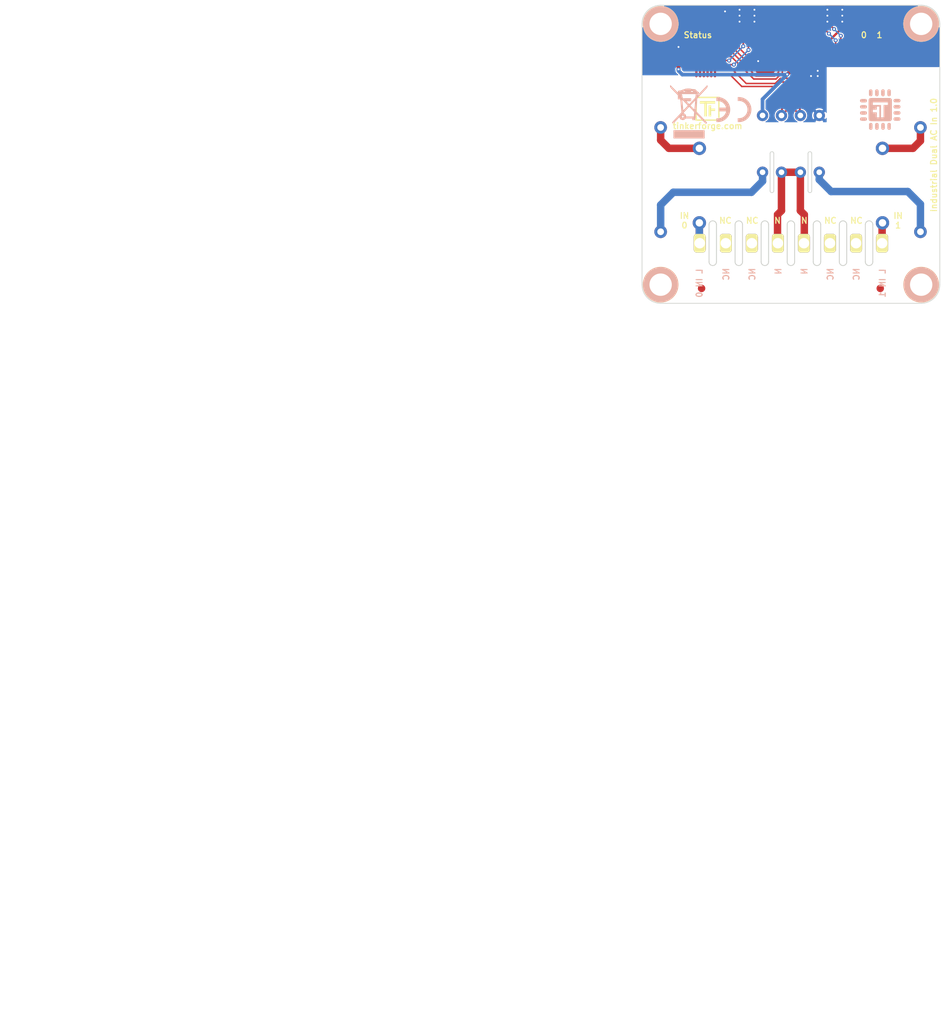
<source format=kicad_pcb>
(kicad_pcb (version 20221018) (generator pcbnew)
  (title_block (title "Industrial Dual AC IN Bricklet") (date "2022-11-16") (rev "1.0") (company "Tinkerforge GmbH") (comment 1 "Licensed under CERN OHL v.1.1") (comment 2 "Copyright (©) 2022, T.Schneidermann <tim@tinkerforge.com>"))
  (layers (0 "F.Cu" signal) (31 "B.Cu" signal) (34 "B.Paste" user) (35 "F.Paste" user) (36 "B.SilkS" user "B.Silkscreen") (37 "F.SilkS" user "F.Silkscreen") (38 "B.Mask" user) (39 "F.Mask" user) (44 "Edge.Cuts" user))
  (net 0 "")
  (net 1 "Net-(C1-Pad2)")
  (net 2 "GND")
  (net 3 "+5V")
  (net 4 "3V3")
  (net 5 "Net-(D1-Pad2)")
  (net 6 "L_IN1")
  (net 7 "Net-(D115-Pad2)")
  (net 8 "L_IN0")
  (net 9 "Net-(D116-Pad2)")
  (net 10 "Net-(P1-Pad4)")
  (net 11 "Net-(P1-Pad5)")
  (net 12 "Net-(P1-Pad6)")
  (net 13 "Net-(P2-Pad2)")
  (net 14 "Net-(P3-Pad1)")
  (net 17 "N")
  (net 20 "Net-(R1-Pad1)")
  (net 21 "Net-(R3-Pad1)")
  (net 22 "Net-(R116-Pad2)")
  (net 23 "S-MISO")
  (net 24 "S-MOSI")
  (net 25 "S-CLK")
  (net 26 "S-CS")
  (net 27 "AC1")
  (net 28 "AC0")
  (net 29 "Net-(RP105-Pad5)")
  (net 30 "Net-(RP105-Pad7)")
  (net 31 "Net-(R118-Pad2)")
  (net 40 "Net-(D2-Pad2)")
  (net 41 "Net-(D3-Pad2)")
  (net 42 "Net-(R2-Pad1)")
  (footprint "kicad-libraries:D0603E" (layer "F.Cu") (at 107.55 61.8 -90)
    (fp_text reference "D1")
    (fp_text value "blue")
    (pad "1" smd rect (at -0.8501 0 270) (size 1.1 1) (layers "F.Cu" "F.Paste" "F.Mask") (net 4 "3V3"))
    (pad "2" smd rect (at 0.8501 0 270) (size 1.1 1) (layers "F.Cu" "F.Paste" "F.Mask") (net 5 "Net-(D1-Pad2)"))
  )
  (footprint "kicad-libraries:R0603F" (layer "F.Cu") (at 129 65.3)
    (fp_text reference "R2")
    (fp_text value "1k")
    (pad "1" smd rect (at -0.75 0) (size 0.9 0.9) (layers "F.Cu" "F.Paste" "F.Mask") (net 42 "Net-(R2-Pad1)"))
    (pad "2" smd rect (at 0.75 0) (size 0.9 0.9) (layers "F.Cu" "F.Paste" "F.Mask") (net 40 "Net-(D2-Pad2)"))
  )
  (footprint "kicad-libraries:DEBUG_PAD" (layer "F.Cu") (at 111.1 63.4)
    (fp_text reference "P3")
    (fp_text value "Debug")
    (pad "1" smd circle (at 0 0) (size 0.7 0.7) (layers "F.Cu" "F.Paste" "F.Mask") (net 14 "Net-(P3-Pad1)"))
  )
  (footprint "kicad-libraries:QFN24-4x4mm-0.5mm" (layer "F.Cu") (at 108.55 67.15 -90)
    (fp_text reference "U1")
    (fp_text value "XMC1100")
    (pad "1" smd oval (at -2.025 -1.25 270) (size 1 0.3) (layers "F.Cu" "F.Paste" "F.Mask") (net 23 "S-MISO"))
    (pad "2" smd oval (at -2.025 -0.75 270) (size 1 0.3) (layers "F.Cu" "F.Paste" "F.Mask") (net 14 "Net-(P3-Pad1)"))
    (pad "3" smd oval (at -2.025 -0.25 270) (size 1 0.3) (layers "F.Cu" "F.Paste" "F.Mask") (net 13 "Net-(P2-Pad2)"))
    (pad "4" smd oval (at -2.025 0.25 270) (size 1 0.3) (layers "F.Cu" "F.Paste" "F.Mask"))
    (pad "5" smd oval (at -2.025 0.75 270) (size 1 0.3) (layers "F.Cu" "F.Paste" "F.Mask"))
    (pad "6" smd oval (at -2.025 1.25 270) (size 1 0.3) (layers "F.Cu" "F.Paste" "F.Mask"))
    (pad "7" smd oval (at -1.25 2.025) (size 1 0.3) (layers "F.Cu" "F.Paste" "F.Mask") (net 20 "Net-(R1-Pad1)"))
    (pad "8" smd oval (at -0.75 2.025) (size 1 0.3) (layers "F.Cu" "F.Paste" "F.Mask"))
    (pad "9" smd oval (at -0.25 2.025) (size 1 0.3) (layers "F.Cu" "F.Paste" "F.Mask") (net 2 "GND"))
    (pad "10" smd oval (at 0.25 2.025) (size 1 0.3) (layers "F.Cu" "F.Paste" "F.Mask") (net 4 "3V3"))
    (pad "11" smd oval (at 0.75 2.025) (size 1 0.3) (layers "F.Cu" "F.Paste" "F.Mask"))
    (pad "12" smd oval (at 1.25 2.025) (size 1 0.3) (layers "F.Cu" "F.Paste" "F.Mask"))
    (pad "13" smd oval (at 2.025 1.25 270) (size 1 0.3) (layers "F.Cu" "F.Paste" "F.Mask"))
    (pad "14" smd oval (at 2.025 0.75 270) (size 1 0.3) (layers "F.Cu" "F.Paste" "F.Mask"))
    (pad "15" smd oval (at 2.025 0.25 270) (size 1 0.3) (layers "F.Cu" "F.Paste" "F.Mask"))
    (pad "16" smd oval (at 2.025 -0.25 270) (size 1 0.3) (layers "F.Cu" "F.Paste" "F.Mask"))
    (pad "17" smd oval (at 2.025 -0.75 270) (size 1 0.3) (layers "F.Cu" "F.Paste" "F.Mask"))
    (pad "18" smd oval (at 2.025 -1.25 270) (size 1 0.3) (layers "F.Cu" "F.Paste" "F.Mask") (net 28 "AC0"))
    (pad "19" smd oval (at 1.25 -2.025) (size 1 0.3) (layers "F.Cu" "F.Paste" "F.Mask") (net 27 "AC1"))
    (pad "20" smd oval (at 0.75 -2.025) (size 1 0.3) (layers "F.Cu" "F.Paste" "F.Mask") (net 21 "Net-(R3-Pad1)"))
    (pad "21" smd oval (at 0.25 -2.025) (size 1 0.3) (layers "F.Cu" "F.Paste" "F.Mask") (net 42 "Net-(R2-Pad1)"))
    (pad "22" smd oval (at -0.25 -2.025) (size 1 0.3) (layers "F.Cu" "F.Paste" "F.Mask") (net 26 "S-CS"))
    (pad "23" smd oval (at -0.75 -2.025) (size 1 0.3) (layers "F.Cu" "F.Paste" "F.Mask") (net 25 "S-CLK"))
    (pad "24" smd oval (at -1.25 -2.025) (size 1 0.3) (layers "F.Cu" "F.Paste" "F.Mask") (net 24 "S-MOSI"))
    (pad "EXP" smd rect (at -0.65 -0.65 270) (size 1.3 1.3) (layers "F.Cu" "F.Paste" "F.Mask") (net 2 "GND"))
    (pad "EXP" smd rect (at -0.65 0.65 270) (size 1.3 1.3) (layers "F.Cu" "F.Paste" "F.Mask") (net 2 "GND"))
    (pad "EXP" smd rect (at 0.65 -0.65 270) (size 1.3 1.3) (layers "F.Cu" "F.Paste" "F.Mask") (net 2 "GND"))
    (pad "EXP" smd rect (at 0.65 0.65 270) (size 1.3 1.3) (layers "F.Cu" "F.Paste" "F.Mask") (net 2 "GND"))
  )
  (footprint "kicad-libraries:Fiducial_Mark" (layer "F.Cu") (at 108 98)
    (fp_text reference "Fiducial_Mark" hide)
    (fp_text value "VAL**" hide)
    (pad "1" smd circle (at 0 0) (size 1.00076 1.00076) (layers "F.Cu" "F.Paste" "F.Mask") (clearance 0.65024))
  )
  (footprint "kicad-libraries:Fiducial_Mark" (layer "F.Cu") (at 134 66)
    (fp_text reference "Fiducial_Mark" hide)
    (fp_text value "VAL**" hide)
    (pad "1" smd circle (at 0 0) (size 1.00076 1.00076) (layers "F.Cu" "F.Paste" "F.Mask") (clearance 0.65024))
  )
  (footprint "kicad-libraries:DO-41" (layer "F.Cu") (at 132.3 84.2 90)
    (fp_text reference "D116")
    (fp_text value "1N4007")
    (pad "1" thru_hole circle (at -5 0 90) (size 1.8 1.8) (drill 1) (layers "*.Cu" "*.Mask") (net 6 "L_IN1"))
    (pad "2" thru_hole circle (at 5 0 90) (size 1.8 1.8) (drill 1) (layers "*.Cu" "*.Mask") (net 9 "Net-(D116-Pad2)"))
  )
  (footprint "kicad-libraries:DRILL_NP" (layer "F.Cu") (at 102.5 97.5)
    (fp_text reference "Drill3" hide)
    (fp_text value "DRILL" hide)
    (pad "" np_thru_hole circle (at 0 0) (size 2.99974 2.99974) (drill 2.99974) (layers "*.Cu" "*.Mask" "F.SilkS") (clearance 0.89916))
  )
  (footprint "kicad-libraries:DRILL_NP" (layer "F.Cu") (at 102.5 62.5)
    (fp_text reference "Drill4" hide)
    (fp_text value "DRILL" hide)
    (pad "" np_thru_hole circle (at 0 0) (size 2.99974 2.99974) (drill 2.99974) (layers "*.Cu" "*.Mask" "F.SilkS") (clearance 0.89916))
  )
  (footprint "kicad-libraries:R0603F" (layer "F.Cu") (at 129 66.6)
    (fp_text reference "R3")
    (fp_text value "1k")
    (pad "1" smd rect (at -0.75 0) (size 0.9 0.9) (layers "F.Cu" "F.Paste" "F.Mask") (net 21 "Net-(R3-Pad1)"))
    (pad "2" smd rect (at 0.75 0) (size 0.9 0.9) (layers "F.Cu" "F.Paste" "F.Mask") (net 41 "Net-(D3-Pad2)"))
  )
  (footprint "kicad-libraries:Fiducial_Mark" (layer "F.Cu") (at 102 68)
    (fp_text reference "Fiducial_Mark" hide)
    (fp_text value "VAL**" hide)
    (pad "1" smd circle (at 0 0) (size 1.00076 1.00076) (layers "F.Cu" "F.Paste" "F.Mask") (clearance 0.65024))
  )
  (footprint "kicad-libraries:OQ_8P_230V" (layer "F.Cu") (at 120 91.93425)
    (fp_text reference "P4")
    (fp_text value "Input")
    (fp_line (start -11 -2.5) (end -11 2.5) (stroke (width 0.12)) (layer "Edge.Cuts"))
    (fp_line (start -10 -2.5) (end -10 2.5) (stroke (width 0.12)) (layer "Edge.Cuts"))
    (fp_line (start -7.5 -2.5) (end -7.5 2.5) (stroke (width 0.12)) (layer "Edge.Cuts"))
    (fp_line (start -6.5 -2.5) (end -6.5 2.5) (stroke (width 0.12)) (layer "Edge.Cuts"))
    (fp_line (start -4 -2.5) (end -4 2.5) (stroke (width 0.12)) (layer "Edge.Cuts"))
    (fp_line (start -3 -2.5) (end -3 2.5) (stroke (width 0.12)) (layer "Edge.Cuts"))
    (fp_line (start -0.5 -2.5) (end -0.5 2.5) (stroke (width 0.12)) (layer "Edge.Cuts"))
    (fp_line (start 0.5 -2.5) (end 0.5 2.5) (stroke (width 0.12)) (layer "Edge.Cuts"))
    (fp_line (start 3 -2.5) (end 3 2.5) (stroke (width 0.12)) (layer "Edge.Cuts"))
    (fp_line (start 4 -2.5) (end 4 2.5) (stroke (width 0.12)) (layer "Edge.Cuts"))
    (fp_line (start 6.5 -2.5) (end 6.5 2.5) (stroke (width 0.12)) (layer "Edge.Cuts"))
    (fp_line (start 7.5 -2.5) (end 7.5 2.5) (stroke (width 0.12)) (layer "Edge.Cuts"))
    (fp_line (start 10 -2.5) (end 10 2.5) (stroke (width 0.12)) (layer "Edge.Cuts"))
    (fp_line (start 11 -2.5) (end 11 2.5) (stroke (width 0.12)) (layer "Edge.Cuts"))
    (fp_arc (start -11 -2.5) (mid -10.5 -3) (end -10 -2.5) (stroke (width 0.12)) (layer "Edge.Cuts"))
    (fp_arc (start -10 2.5) (mid -10.5 3) (end -11 2.5) (stroke (width 0.12)) (layer "Edge.Cuts"))
    (fp_arc (start -7.5 -2.5) (mid -7 -3) (end -6.5 -2.5) (stroke (width 0.12)) (layer "Edge.Cuts"))
    (fp_arc (start -6.5 2.5) (mid -7 3) (end -7.5 2.5) (stroke (width 0.12)) (layer "Edge.Cuts"))
    (fp_arc (start -4 -2.5) (mid -3.5 -3) (end -3 -2.5) (stroke (width 0.12)) (layer "Edge.Cuts"))
    (fp_arc (start -3 2.5) (mid -3.5 3) (end -4 2.5) (stroke (width 0.12)) (layer "Edge.Cuts"))
    (fp_arc (start -0.5 -2.5) (mid 0 -3) (end 0.5 -2.5) (stroke (width 0.12)) (layer "Edge.Cuts"))
    (fp_arc (start 0.5 2.5) (mid 0 3) (end -0.5 2.5) (stroke (width 0.12)) (layer "Edge.Cuts"))
    (fp_arc (start 3 -2.5) (mid 3.5 -3) (end 4 -2.5) (stroke (width 0.12)) (layer "Edge.Cuts"))
    (fp_arc (start 4 2.5) (mid 3.5 3) (end 3 2.5) (stroke (width 0.12)) (layer "Edge.Cuts"))
    (fp_arc (start 6.5 -2.5) (mid 7 -3) (end 7.5 -2.5) (stroke (width 0.12)) (layer "Edge.Cuts"))
    (fp_arc (start 7.5 2.5) (mid 7 3) (end 6.5 2.5) (stroke (width 0.12)) (layer "Edge.Cuts"))
    (fp_arc (start 10 -2.5) (mid 10.5 -3) (end 11 -2.5) (stroke (width 0.12)) (layer "Edge.Cuts"))
    (fp_arc (start 11 2.5) (mid 10.5 3) (end 10 2.5) (stroke (width 0.12)) (layer "Edge.Cuts"))
    (pad "1" thru_hole roundrect (at -12.25042 0) (size 1.6 2.5) (drill 1.4) (layers "*.Cu" "*.Mask" "F.SilkS") (net 8 "L_IN0"))
    (pad "2" thru_hole roundrect (at -8.7503 0) (size 1.6 2.5) (drill 1.4) (layers "*.Cu" "*.Mask" "F.SilkS"))
    (pad "3" thru_hole roundrect (at -5.25018 0) (size 1.6 2.5) (drill 1.4) (layers "*.Cu" "*.Mask" "F.SilkS"))
    (pad "4" thru_hole roundrect (at -1.75006 0) (size 1.6 2.5) (drill 1.4) (layers "*.Cu" "*.Mask" "F.SilkS") (net 17 "N"))
    (pad "5" thru_hole roundrect (at 1.75006 0) (size 1.6 2.5) (drill 1.4) (layers "*.Cu" "*.Mask" "F.SilkS") (net 17 "N"))
    (pad "6" thru_hole roundrect (at 5.25018 0) (size 1.6 2.5) (drill 1.4) (layers "*.Cu" "*.Mask" "F.SilkS"))
    (pad "7" thru_hole roundrect (at 8.7503 0) (size 1.6 2.5) (drill 1.4) (layers "*.Cu" "*.Mask" "F.SilkS"))
    (pad "8" thru_hole roundrect (at 12.25042 0) (size 1.6 2.5) (drill 1.4) (layers "*.Cu" "*.Mask" "F.SilkS") (net 6 "L_IN1"))
  )
  (footprint "kicad-libraries:DRILL_NP" (layer "F.Cu") (at 137.5 62.5)
    (fp_text reference "Drill2" hide)
    (fp_text value "DRILL" hide)
    (pad "" np_thru_hole circle (at 0 0) (size 2.99974 2.99974) (drill 2.99974) (layers "*.Cu" "*.Mask" "F.SilkS") (clearance 0.89916))
  )
  (footprint "kicad-libraries:C0603F" (layer "F.Cu") (at 121.9 68.8 180)
    (fp_text reference "C3")
    (fp_text value "1uF")
    (pad "1" smd rect (at -0.75 0 180) (size 0.9 0.9) (layers "F.Cu" "F.Paste" "F.Mask") (net 2 "GND"))
    (pad "2" smd rect (at 0.75 0 180) (size 0.9 0.9) (layers "F.Cu" "F.Paste" "F.Mask") (net 4 "3V3"))
  )
  (footprint "kicad-libraries:DIP-8" (layer "F.Cu") (at 120 78.6 180)
    (fp_text reference "U109")
    (fp_text value "HCPL2731")
    (pad "1" thru_hole circle (at 3.81 -3.81 180) (size 1.524 1.524) (drill 0.762) (layers "*.Cu" "*.Mask") (net 31 "Net-(R118-Pad2)"))
    (pad "2" thru_hole circle (at 1.27 -3.81 180) (size 1.524 1.524) (drill 0.762) (layers "*.Cu" "*.Mask") (net 17 "N"))
    (pad "3" thru_hole circle (at -1.27 -3.81 180) (size 1.524 1.524) (drill 0.762) (layers "*.Cu" "*.Mask") (net 17 "N"))
    (pad "4" thru_hole circle (at -3.81 -3.81 180) (size 1.524 1.524) (drill 0.762) (layers "*.Cu" "*.Mask") (net 22 "Net-(R116-Pad2)"))
    (pad "5" thru_hole circle (at -3.81 3.81 180) (size 1.524 1.524) (drill 0.762) (layers "*.Cu" "*.Mask") (net 2 "GND"))
    (pad "6" thru_hole circle (at -1.27 3.81 180) (size 1.524 1.524) (drill 0.762) (layers "*.Cu" "*.Mask") (net 29 "Net-(RP105-Pad5)"))
    (pad "7" thru_hole circle (at 1.27 3.81 180) (size 1.524 1.524) (drill 0.762) (layers "*.Cu" "*.Mask") (net 30 "Net-(RP105-Pad7)"))
    (pad "8" thru_hole circle (at 3.81 3.81 180) (size 1.524 1.524) (drill 0.762) (layers "*.Cu" "*.Mask") (net 4 "3V3"))
  )
  (footprint "kicad-libraries:DO-41" (layer "F.Cu") (at 107.7 84.2 90)
    (fp_text reference "D115")
    (fp_text value "1N4007")
    (pad "1" thru_hole circle (at -5 0 90) (size 1.8 1.8) (drill 1) (layers "*.Cu" "*.Mask") (net 8 "L_IN0"))
    (pad "2" thru_hole circle (at 5 0 90) (size 1.8 1.8) (drill 1) (layers "*.Cu" "*.Mask") (net 7 "Net-(D115-Pad2)"))
  )
  (footprint "kicad-libraries:D0603E" (layer "F.Cu") (at 131.9 61.8501 -90)
    (fp_text reference "D3")
    (fp_text value "blue")
    (pad "1" smd rect (at -0.8501 0 270) (size 1.1 1) (layers "F.Cu" "F.Paste" "F.Mask") (net 4 "3V3"))
    (pad "2" smd rect (at 0.8501 0 270) (size 1.1 1) (layers "F.Cu" "F.Paste" "F.Mask") (net 41 "Net-(D3-Pad2)"))
  )
  (footprint "kicad-libraries:SolderJumper" (layer "F.Cu") (at 111.15 61.925 -90)
    (fp_text reference "P2")
    (fp_text value "BOOT")
    (pad "1" smd rect (at -0.5 0 270) (size 0.4 1.4) (layers "F.Cu" "F.Mask") (net 2 "GND"))
    (pad "1" smd rect (at -0.225 -0.55 270) (size 0.95 0.3) (layers "F.Cu" "F.Mask") (net 2 "GND"))
    (pad "1" smd rect (at -0.225 0.55 270) (size 0.95 0.3) (layers "F.Cu" "F.Mask") (net 2 "GND"))
    (pad "2" smd rect (at 0.15 0 270) (size 0.6 0.5) (layers "F.Cu" "F.Mask") (net 13 "Net-(P2-Pad2)"))
    (pad "2" smd rect (at 0.55 0 270) (size 0.3 1.4) (layers "F.Cu" "F.Mask") (net 13 "Net-(P2-Pad2)"))
  )
  (footprint "kicad-libraries:Logo_31x31" (layer "F.Cu") (at 108.8 73.9)
    (fp_text reference "G***" hide)
    (fp_text value "LOGO" hide)
  )
  (footprint "kicad-libraries:RNF12-2" (layer "F.Cu") (at 102.5 83.4 -90)
    (fp_text reference "R118")
    (fp_text value "RNF12FTD249K")
    (pad "1" thru_hole circle (at -7 0 270) (size 1.7 1.7) (drill 0.9) (layers "*.Cu" "*.Mask") (net 7 "Net-(D115-Pad2)"))
    (pad "2" thru_hole circle (at 7 0 270) (size 1.7 1.7) (drill 0.9) (layers "*.Cu" "*.Mask") (net 31 "Net-(R118-Pad2)"))
  )
  (footprint "kicad-libraries:4X0603" (layer "F.Cu") (at 120.00122 72.1)
    (fp_text reference "RP105")
    (fp_text value "10k")
    (pad "1" smd rect (at -1.19888 -0.8509) (size 0.44958 0.89916) (layers "F.Cu" "F.Paste" "F.Mask") (net 4 "3V3"))
    (pad "2" smd rect (at -0.39878 -0.8509) (size 0.44958 0.89916) (layers "F.Cu" "F.Paste" "F.Mask") (net 28 "AC0"))
    (pad "3" smd rect (at 0.39878 -0.8509) (size 0.44958 0.89916) (layers "F.Cu" "F.Paste" "F.Mask") (net 27 "AC1"))
    (pad "4" smd rect (at 1.19888 -0.8509) (size 0.44958 0.89916) (layers "F.Cu" "F.Paste" "F.Mask") (net 4 "3V3"))
    (pad "5" smd rect (at 1.19888 0.8509) (size 0.44958 0.89916) (layers "F.Cu" "F.Paste" "F.Mask") (net 29 "Net-(RP105-Pad5)"))
    (pad "6" smd rect (at 0.39878 0.8509) (size 0.44958 0.89916) (layers "F.Cu" "F.Paste" "F.Mask") (net 29 "Net-(RP105-Pad5)"))
    (pad "7" smd rect (at -0.39878 0.8509) (size 0.44958 0.89916) (layers "F.Cu" "F.Paste" "F.Mask") (net 30 "Net-(RP105-Pad7)"))
    (pad "8" smd rect (at -1.19888 0.8509) (size 0.44958 0.89916) (layers "F.Cu" "F.Paste" "F.Mask") (net 30 "Net-(RP105-Pad7)"))
  )
  (footprint "kicad-libraries:C0805E" (layer "F.Cu") (at 121.9 67.1 180)
    (fp_text reference "C2")
    (fp_text value "10uF")
    (pad "1" smd rect (at -0.95 0 180) (size 1.3 1.5) (layers "F.Cu" "F.Paste" "F.Mask") (net 2 "GND") (clearance 0.14986))
    (pad "2" smd rect (at 0.95 0 180) (size 1.3 1.5) (layers "F.Cu" "F.Paste" "F.Mask") (net 4 "3V3") (clearance 0.14986))
  )
  (footprint "kicad-libraries:C0603F" (layer "F.Cu") (at 104.9 67.1 90)
    (fp_text reference "C4")
    (fp_text value "100nF")
    (pad "1" smd rect (at -0.75 0 90) (size 0.9 0.9) (layers "F.Cu" "F.Paste" "F.Mask") (net 4 "3V3"))
    (pad "2" smd rect (at 0.75 0 90) (size 0.9 0.9) (layers "F.Cu" "F.Paste" "F.Mask") (net 2 "GND"))
  )
  (footprint "kicad-libraries:4X0402" (layer "F.Cu") (at 118.1 67.2 180)
    (fp_text reference "RP1")
    (fp_text value "82")
    (pad "1" smd rect (at -0.7493 0.575) (size 0.29972 0.65) (layers "F.Cu" "F.Paste" "F.Mask") (net 10 "Net-(P1-Pad4)"))
    (pad "2" smd rect (at -0.24892 0.575) (size 0.29972 0.65) (layers "F.Cu" "F.Paste" "F.Mask") (net 11 "Net-(P1-Pad5)"))
    (pad "3" smd rect (at 0.24892 0.575) (size 0.29972 0.65) (layers "F.Cu" "F.Paste" "F.Mask") (net 12 "Net-(P1-Pad6)"))
    (pad "4" smd rect (at 0.7493 0.575) (size 0.29972 0.65) (layers "F.Cu" "F.Paste" "F.Mask") (net 1 "Net-(C1-Pad2)"))
    (pad "5" smd rect (at 0.7493 -0.575 180) (size 0.29972 0.65) (layers "F.Cu" "F.Paste" "F.Mask") (net 23 "S-MISO"))
    (pad "6" smd rect (at 0.24892 -0.575 180) (size 0.29972 0.65) (layers "F.Cu" "F.Paste" "F.Mask") (net 24 "S-MOSI"))
    (pad "7" smd rect (at -0.24892 -0.575 180) (size 0.29972 0.65) (layers "F.Cu" "F.Paste" "F.Mask") (net 25 "S-CLK"))
    (pad "8" smd rect (at -0.7493 -0.575 180) (size 0.29972 0.65) (layers "F.Cu" "F.Paste" "F.Mask") (net 26 "S-CS"))
  )
  (footprint "kicad-libraries:CON-SENSOR2" (layer "F.Cu") (at 120 59.975 180)
    (fp_text reference "P1")
    (fp_text value "CON-SENSOR2")
    (pad "1" smd rect (at -3.75 -4.6 180) (size 0.6 1.8) (layers "F.Cu" "F.Paste" "F.Mask") (net 3 "+5V"))
    (pad "2" smd rect (at -2.5 -4.6 180) (size 0.6 1.8) (layers "F.Cu" "F.Paste" "F.Mask") (net 2 "GND"))
    (pad "3" smd rect (at -1.25 -4.6 180) (size 0.6 1.8) (layers "F.Cu" "F.Paste" "F.Mask") (net 4 "3V3"))
    (pad "4" smd rect (at 0 -4.6 180) (size 0.6 1.8) (layers "F.Cu" "F.Paste" "F.Mask") (net 10 "Net-(P1-Pad4)"))
    (pad "5" smd rect (at 1.25 -4.6 180) (size 0.6 1.8) (layers "F.Cu" "F.Paste" "F.Mask") (net 11 "Net-(P1-Pad5)"))
    (pad "6" smd rect (at 2.5 -4.6 180) (size 0.6 1.8) (layers "F.Cu" "F.Paste" "F.Mask") (net 12 "Net-(P1-Pad6)"))
    (pad "7" smd rect (at 3.75 -4.6 180) (size 0.6 1.8) (layers "F.Cu" "F.Paste" "F.Mask") (net 1 "Net-(C1-Pad2)"))
    (pad "EP" smd rect (at -5.9 -1.2 180) (size 1.4 2.4) (layers "F.Cu" "F.Paste" "F.Mask") (net 2 "GND"))
    (pad "EP" smd rect (at 5.9 -1.2 180) (size 1.4 2.4) (layers "F.Cu" "F.Paste" "F.Mask") (net 2 "GND"))
  )
  (footprint "kicad-libraries:RNF12-2" (layer "F.Cu") (at 137.4 83.4 -90)
    (fp_text reference "R116")
    (fp_text value "RNF12FTD249K")
    (pad "1" thru_hole circle (at -7 0 270) (size 1.7 1.7) (drill 0.9) (layers "*.Cu" "*.Mask") (net 9 "Net-(D116-Pad2)"))
    (pad "2" thru_hole circle (at 7 0 270) (size 1.7 1.7) (drill 0.9) (layers "*.Cu" "*.Mask") (net 22 "Net-(R116-Pad2)"))
  )
  (footprint "kicad-libraries:R0603F" (layer "F.Cu") (at 108.95 61.8 90)
    (fp_text reference "R1")
    (fp_text value "1k")
    (pad "1" smd rect (at -0.75 0 90) (size 0.9 0.9) (layers "F.Cu" "F.Paste" "F.Mask") (net 20 "Net-(R1-Pad1)"))
    (pad "2" smd rect (at 0.75 0 90) (size 0.9 0.9) (layers "F.Cu" "F.Paste" "F.Mask") (net 5 "Net-(D1-Pad2)"))
  )
  (footprint "kicad-libraries:DRILL_NP" (layer "F.Cu") (at 137.5 97.5)
    (fp_text reference "Drill1" hide)
    (fp_text value "DRILL" hide)
    (pad "" np_thru_hole circle (at 0 0) (size 2.99974 2.99974) (drill 2.99974) (layers "*.Cu" "*.Mask" "F.SilkS") (clearance 0.89916))
  )
  (footprint "kicad-libraries:C0402F" (layer "F.Cu") (at 116.4 67.2 90)
    (fp_text reference "C1")
    (fp_text value "220pF")
    (pad "1" smd rect (at -0.5 0 90) (size 0.6 0.7) (layers "F.Cu" "F.Paste" "F.Mask") (net 2 "GND"))
    (pad "2" smd rect (at 0.5 0 90) (size 0.6 0.7) (layers "F.Cu" "F.Paste" "F.Mask") (net 1 "Net-(C1-Pad2)"))
  )
  (footprint "kicad-libraries:Fiducial_Mark" (layer "F.Cu") (at 132 98)
    (fp_text reference "Fiducial_Mark" hide)
    (fp_text value "VAL**" hide)
    (pad "1" smd circle (at 0 0) (size 1.00076 1.00076) (layers "F.Cu" "F.Paste" "F.Mask") (clearance 0.65024))
  )
  (footprint "kicad-libraries:D0603E" (layer "F.Cu") (at 129.8 61.8501 -90)
    (fp_text reference "D2")
    (fp_text value "blue")
    (pad "1" smd rect (at -0.8501 0 270) (size 1.1 1) (layers "F.Cu" "F.Paste" "F.Mask") (net 4 "3V3"))
    (pad "2" smd rect (at 0.8501 0 270) (size 1.1 1) (layers "F.Cu" "F.Paste" "F.Mask") (net 40 "Net-(D2-Pad2)"))
  )
  (footprint "kicad-libraries:WEEE_7mm" (layer "B.Cu") (at 106.3 74.3 180)
    (fp_text reference "VAL" hide)
    (fp_text value "WEEE_7mm" hide)
  )
  (footprint "kicad-libraries:Logo_CoMCU" (layer "B.Cu") (at 132 74 180)
    (fp_text reference "G***" hide)
    (fp_text value "LOGO" hide)
  )
  (footprint "kicad-libraries:CE_5mm" (layer "B.Cu") (at 112.3 74 180)
    (fp_text reference "VAL" hide)
    (fp_text value "CE_5mm" hide)
  )
  (gr_line (start 117.7 84.9) (end 117.7 79.9) (stroke (width 0.09906)) (layer "Edge.Cuts"))
  (gr_line (start 102.5 60) (end 137.5 60) (stroke (width 0.09906)) (layer "Edge.Cuts"))
  (gr_arc (start 100 62.5) (mid 100.732233 60.732233) (end 102.5 60) (stroke (width 0.09906)) (layer "Edge.Cuts"))
  (gr_arc (start 137.5 60) (mid 139.267767 60.732233) (end 140 62.5) (stroke (width 0.09906)) (layer "Edge.Cuts"))
  (gr_line (start 140 62.5) (end 140 97.5) (stroke (width 0.09906)) (layer "Edge.Cuts"))
  (gr_line (start 100 97.5) (end 100 62.5) (stroke (width 0.09906)) (layer "Edge.Cuts"))
  (gr_arc (start 122.3 79.9) (mid 122.55 79.65) (end 122.8 79.9) (stroke (width 0.09906)) (layer "Edge.Cuts"))
  (gr_arc (start 117.7 84.9) (mid 117.45 85.15) (end 117.2 84.9) (stroke (width 0.09906)) (layer "Edge.Cuts"))
  (gr_line (start 122.3 79.9) (end 122.3 84.9) (stroke (width 0.09906)) (layer "Edge.Cuts"))
  (gr_arc (start 117.2 79.9) (mid 117.45 79.65) (end 117.7 79.9) (stroke (width 0.09906)) (layer "Edge.Cuts"))
  (gr_arc (start 140 97.5) (mid 139.267767 99.267767) (end 137.5 100) (stroke (width 0.09906)) (layer "Edge.Cuts"))
  (gr_line (start 117.2 79.9) (end 117.2 84.9) (stroke (width 0.09906)) (layer "Edge.Cuts"))
  (gr_line (start 122.8 84.9) (end 122.8 79.9) (stroke (width 0.09906)) (layer "Edge.Cuts"))
  (gr_arc (start 102.5 100) (mid 100.732233 99.267767) (end 100 97.5) (stroke (width 0.09906)) (layer "Edge.Cuts"))
  (gr_line (start 137.5 100) (end 102.5 100) (stroke (width 0.09906)) (layer "Edge.Cuts"))
  (gr_arc (start 122.8 84.9) (mid 122.55 85.15) (end 122.3 84.9) (stroke (width 0.09906)) (layer "Edge.Cuts"))
  (gr_text "NC" (at 111.3 96.1 90) (layer "B.SilkS") (effects (font (size 0.8 0.8)) (justify mirror)))
  (gr_text "NC" (at 114.8 96.1 90) (layer "B.SilkS") (effects (font (size 0.8 0.8)) (justify mirror)))
  (gr_text "L IN 1" (at 132.3 97.3 90) (layer "B.SilkS") (effects (font (size 0.8 0.8)) (justify mirror)))
  (gr_text "NC" (at 128.8 96.1 90) (layer "B.SilkS") (effects (font (size 0.8 0.8)) (justify mirror)))
  (gr_text "L IN 0" (at 107.7 97.3 90) (layer "B.SilkS") (effects (font (size 0.8 0.8)) (justify mirror)))
  (gr_text "NC" (at 125.3 96.1 90) (layer "B.SilkS") (effects (font (size 0.8 0.8)) (justify mirror)))
  (gr_text "N" (at 121.8 95.7 90) (layer "B.SilkS") (effects (font (size 0.8 0.8)) (justify mirror)))
  (gr_text "N" (at 118.3 95.7 90) (layer "B.SilkS") (effects (font (size 0.8 0.8)) (justify mirror)))
  (gr_text "NC" (at 128.8 88.9) (layer "F.SilkS") (effects (font (size 0.8 0.8))))
  (gr_text "NC" (at 125.3 88.9) (layer "F.SilkS") (effects (font (size 0.8 0.8))))
  (gr_text "tinkerforge.com" (at 108.8 76.2) (layer "F.SilkS") (effects (font (size 0.8 0.8))))
  (gr_text "Industrial Dual AC In 1.0" (at 139.2 80.1 90) (layer "F.SilkS") (effects (font (size 0.8 0.8))))
  (gr_text "Status" (at 107.5 64) (layer "F.SilkS") (effects (font (size 0.8 0.8))))
  (gr_text "IN\n1" (at 134.4 88.9) (layer "F.SilkS") (effects (font (size 0.8 0.8))))
  (gr_text "NC" (at 111.2 88.9) (layer "F.SilkS") (effects (font (size 0.8 0.8))))
  (gr_text "NC" (at 114.8 88.9) (layer "F.SilkS") (effects (font (size 0.8 0.8))))
  (gr_text "0" (at 129.8 64) (layer "F.SilkS") (effects (font (size 0.8 0.8))))
  (gr_text "N" (at 121.8 88.9) (layer "F.SilkS") (effects (font (size 0.8 0.8))))
  (gr_text "N" (at 118.2 88.9) (layer "F.SilkS") (effects (font (size 0.8 0.8))))
  (gr_text "1" (at 131.9 64) (layer "F.SilkS") (effects (font (size 0.8 0.8))))
  (gr_text "IN\n0" (at 105.7 88.9) (layer "F.SilkS") (effects (font (size 0.8 0.8))))
  (segment (start 116.4 66.7) (end 117.2757 66.7) (width 0.2) (layer "F.Cu") (net 1))
  (segment (start 117.2757 66.7) (end 117.3507 66.625) (width 0.2) (layer "F.Cu") (net 1))
  (segment (start 116.25 66.55) (end 116.4 66.7) (width 0.2) (layer "F.Cu") (net 1))
  (segment (start 116.25 64.575) (end 116.25 66.55) (width 0.2) (layer "F.Cu") (net 1))
  (segment (start 122.65 68.8) (end 122.9 68.8) (width 0.5) (layer "F.Cu") (net 2))
  (segment (start 109.2 67.8) (end 107.9 67.8) (width 0.2) (layer "F.Cu") (net 2))
  (segment (start 104.9 66.35) (end 104.9 65.6) (width 0.5) (layer "F.Cu") (net 2))
  (segment (start 122.7 69.5) (end 123.6 69.5) (width 0.5) (layer "F.Cu") (net 2))
  (segment (start 111.15 61.425) (end 110.875 61.425) (width 0.2) (layer "F.Cu") (net 2))
  (segment (start 105.35 66.35) (end 105.9 66.9) (width 0.2) (layer "F.Cu") (net 2))
  (segment (start 106.525 66.9) (end 107.5 66.9) (width 0.2) (layer "F.Cu") (net 2))
  (segment (start 122.85 68.6) (end 122.65 68.8) (width 0.5) (layer "F.Cu") (net 2))
  (segment (start 122.65 69.45) (end 122.7 69.5) (width 0.5) (layer "F.Cu") (net 2))
  (segment (start 122.85 67.1) (end 122.85 68.6) (width 0.5) (layer "F.Cu") (net 2))
  (segment (start 122.65 68.8) (end 122.65 69.45) (width 0.5) (layer "F.Cu") (net 2))
  (segment (start 107.9 66.5) (end 109.2 66.5) (width 0.2) (layer "F.Cu") (net 2))
  (segment (start 105.9 66.9) (end 106.525 66.9) (width 0.2) (layer "F.Cu") (net 2))
  (segment (start 109.2 66.5) (end 109.2 67.8) (width 0.2) (layer "F.Cu") (net 2))
  (segment (start 122.5 64.575) (end 122.5 66.75) (width 0.5) (layer "F.Cu") (net 2))
  (segment (start 111.15 61.425) (end 111.425 61.425) (width 0.2) (layer "F.Cu") (net 2))
  (segment (start 122.65 68.8) (end 123.6 68.8) (width 0.5) (layer "F.Cu") (net 2))
  (segment (start 122.9 68.8) (end 123.6 69.5) (width 0.5) (layer "F.Cu") (net 2))
  (segment (start 111.15 61.425) (end 111.15 60.825) (width 0.2) (layer "F.Cu") (net 2))
  (segment (start 111.425 61.425) (end 111.7 61.7) (width 0.2) (layer "F.Cu") (net 2))
  (segment (start 122.5 66.75) (end 122.85 67.1) (width 0.5) (layer "F.Cu") (net 2))
  (segment (start 115.8 67.7) (end 115.6 67.5) (width 0.2) (layer "F.Cu") (net 2))
  (segment (start 104.9 66.35) (end 105.35 66.35) (width 0.2) (layer "F.Cu") (net 2))
  (segment (start 123.6 69.5) (end 123.6 68.8) (width 0.5) (layer "F.Cu") (net 2))
  (segment (start 107.5 66.9) (end 107.9 66.5) (width 0.2) (layer "F.Cu") (net 2))
  (segment (start 116.4 67.7) (end 115.8 67.7) (width 0.2) (layer "F.Cu") (net 2))
  (segment (start 110.875 61.425) (end 110.6 61.7) (width 0.2) (layer "F.Cu") (net 2))
  (via (at 124.9 60.6) (size 0.55) (drill 0.25) (layers "F.Cu" "B.Cu") (net 2))
  (via (at 113.1 62.2) (size 0.55) (drill 0.25) (layers "F.Cu" "B.Cu") (net 2))
  (via (at 124.9 62.2) (size 0.55) (drill 0.25) (layers "F.Cu" "B.Cu") (net 2))
  (via (at 124.9 61.4) (size 0.55) (drill 0.25) (layers "F.Cu" "B.Cu") (net 2))
  (via (at 115.1 60.6) (size 0.55) (drill 0.25) (layers "F.Cu" "B.Cu") (net 2))
  (via (at 115.6 67.5) (size 0.55) (drill 0.25) (layers "F.Cu" "B.Cu") (net 2))
  (via (at 123.6 69.5) (size 0.55) (drill 0.25) (layers "F.Cu" "B.Cu") (net 2))
  (via (at 115.1 62.2) (size 0.55) (drill 0.25) (layers "F.Cu" "B.Cu") (net 2))
  (via (at 122.7 69.5) (size 0.55) (drill 0.25) (layers "F.Cu" "B.Cu") (net 2))
  (via (at 113.1 61.4) (size 0.55) (drill 0.25) (layers "F.Cu" "B.Cu") (net 2))
  (via (at 115.1 61.4) (size 0.55) (drill 0.25) (layers "F.Cu" "B.Cu") (net 2))
  (via (at 113.1 60.6) (size 0.55) (drill 0.25) (layers "F.Cu" "B.Cu") (net 2))
  (via (at 104.9 65.6) (size 0.55) (drill 0.25) (layers "F.Cu" "B.Cu") (net 2))
  (via (at 126.9 60.6) (size 0.55) (drill 0.25) (layers "F.Cu" "B.Cu") (net 2))
  (via (at 126.9 61.4) (size 0.55) (drill 0.25) (layers "F.Cu" "B.Cu") (net 2))
  (via (at 123.6 68.8) (size 0.55) (drill 0.25) (layers "F.Cu" "B.Cu") (net 2))
  (via (at 111.15 60.825) (size 0.55) (drill 0.25) (layers "F.Cu" "B.Cu") (net 2))
  (via (at 126.9 62.2) (size 0.55) (drill 0.25) (layers "F.Cu" "B.Cu") (net 2))
  (segment (start 124.5 65.411759) (end 128.911759 61) (width 0.3) (layer "F.Cu") (net 4))
  (segment (start 104.25 67.85) (end 104.1 67.7) (width 0.25) (layer "F.Cu") (net 4))
  (segment (start 104.1 67.7) (end 104.1 65.623596) (width 0.25) (layer "F.Cu") (net 4))
  (segment (start 120.95 68.6) (end 121.15 68.8) (width 0.5) (layer "F.Cu") (net 4))
  (segment (start 106.9501 60.9499) (end 107.55 60.9499) (width 0.25) (layer "F.Cu") (net 4))
  (segment (start 121.15 68.8) (end 119.9765 68.8) (width 0.5) (layer "F.Cu") (net 4))
  (segment (start 104.1 65.623596) (end 106.6 63.123596) (width 0.25) (layer "F.Cu") (net 4))
  (segment (start 121.15 68.8) (end 121.15 69.25) (width 0.3) (layer "F.Cu") (net 4))
  (segment (start 131.9 61) (end 129.8 61) (width 0.3) (layer "F.Cu") (net 4))
  (segment (start 119 72.1) (end 121.04878 72.1) (width 0.25) (layer "F.Cu") (net 4))
  (segment (start 106.525 67.4) (end 105.35 67.4) (width 0.2) (layer "F.Cu") (net 4))
  (segment (start 121.04878 72.1) (end 121.2001 71.94868) (width 0.25) (layer "F.Cu") (net 4))
  (segment (start 120.95 67.1) (end 120.95 68.6) (width 0.5) (layer "F.Cu") (net 4))
  (segment (start 118.80234 71.2491) (end 118.80234 71.90234) (width 0.25) (layer "F.Cu") (net 4))
  (segment (start 121.25 64.575) (end 121.25 66.8) (width 0.5) (layer "F.Cu") (net 4))
  (segment (start 123.711759 70.2) (end 124.5 69.411759) (width 0.3) (layer "F.Cu") (net 4))
  (segment (start 121.2 68.85) (end 121.2 71.249) (width 0.25) (layer "F.Cu") (net 4))
  (segment (start 121.2001 71.94868) (end 121.2001 71.2491) (width 0.25) (layer "F.Cu") (net 4))
  (segment (start 104.9 68.6) (end 104.9 67.85) (width 0.5) (layer "F.Cu") (net 4))
  (segment (start 119.9765 68.8) (end 119.5 69.2765) (width 0.5) (layer "F.Cu") (net 4))
  (segment (start 121.15 69.25) (end 122.1 70.2) (width 0.3) (layer "F.Cu") (net 4))
  (segment (start 121.25 66.8) (end 120.95 67.1) (width 0.5) (layer "F.Cu") (net 4))
  (segment (start 105.35 67.4) (end 104.9 67.85) (width 0.2) (layer "F.Cu") (net 4))
  (segment (start 106.6 61.3) (end 106.9501 60.9499) (width 0.25) (layer "F.Cu") (net 4))
  (segment (start 128.911759 61) (end 129.8 61) (width 0.3) (layer "F.Cu") (net 4))
  (segment (start 121.15 68.8) (end 121.2 68.85) (width 0.25) (layer "F.Cu") (net 4))
  (segment (start 122.1 70.2) (end 123.711759 70.2) (width 0.3) (layer "F.Cu") (net 4))
  (segment (start 124.5 69.411759) (end 124.5 65.411759) (width 0.3) (layer "F.Cu") (net 4))
  (segment (start 118.80234 71.90234) (end 119 72.1) (width 0.25) (layer "F.Cu") (net 4))
  (segment (start 106.6 63.123596) (end 106.6 61.3) (width 0.25) (layer "F.Cu") (net 4))
  (segment (start 121.2 71.249) (end 121.2001 71.2491) (width 0.25) (layer "F.Cu") (net 4))
  (segment (start 104.9 67.85) (end 104.25 67.85) (width 0.25) (layer "F.Cu") (net 4))
  (via (at 104.9 68.6) (size 0.55) (drill 0.25) (layers "F.Cu" "B.Cu") (net 4))
  (via (at 119.5 69.2765) (size 0.55) (drill 0.25) (layers "F.Cu" "B.Cu") (net 4))
  (segment (start 119.4765 69.3) (end 105.4 69.3) (width 0.5) (layer "B.Cu") (net 4))
  (segment (start 119.5 69.2765) (end 119.5 69.3) (width 0.5) (layer "B.Cu") (net 4))
  (segment (start 119.5 69.3) (end 116.19 72.61) (width 0.5) (layer "B.Cu") (net 4))
  (segment (start 105.4 69.3) (end 104.9 68.8) (width 0.5) (layer "B.Cu") (net 4))
  (segment (start 119.5 69.2765) (end 119.4765 69.3) (width 0.5) (layer "B.Cu") (net 4))
  (segment (start 104.9 68.8) (end 104.9 68.6) (width 0.5) (layer "B.Cu") (net 4))
  (segment (start 116.19 72.61) (end 116.19 74.79) (width 0.5) (layer "B.Cu") (net 4))
  (segment (start 108.95 61.05) (end 108.95 61.2501) (width 0.25) (layer "F.Cu") (net 5))
  (segment (start 108.95 61.2501) (end 107.55 62.6501) (width 0.25) (layer "F.Cu") (net 5))
  (segment (start 132.25042 91.93425) (end 132.25042 89.24958) (width 1) (layer "F.Cu") (net 6))
  (segment (start 102.5 76.4) (end 102.5 78.1) (width 1) (layer "F.Cu") (net 7))
  (segment (start 102.5 78.1) (end 103.6 79.2) (width 1) (layer "F.Cu") (net 7))
  (segment (start 103.6 79.2) (end 107.7 79.2) (width 1) (layer "F.Cu") (net 7))
  (segment (start 107.7 91.88467) (end 107.74958 91.93425) (width 1) (layer "F.Cu") (net 8))
  (segment (start 107.7 89.2) (end 107.7 91.88467) (width 1) (layer "F.Cu") (net 8))
  (segment (start 107.7 89.2) (end 107.7 91.88467) (width 1) (layer "B.Cu") (net 8))
  (segment (start 107.7 91.88467) (end 107.74958 91.93425) (width 1) (layer "B.Cu") (net 8))
  (segment (start 136.4 79.2) (end 137.4 78.2) (width 1) (layer "F.Cu") (net 9))
  (segment (start 137.4 78.2) (end 137.4 76.4) (width 1) (layer "F.Cu") (net 9))
  (segment (start 132.3 79.2) (end 136.4 79.2) (width 1) (layer "F.Cu") (net 9))
  (segment (start 119.8 66) (end 120 65.8) (width 0.2) (layer "F.Cu") (net 10))
  (segment (start 118.8493 66.2007) (end 119.05 66) (width 0.2) (layer "F.Cu") (net 10))
  (segment (start 120 65.8) (end 120 64.575) (width 0.2) (layer "F.Cu") (net 10))
  (segment (start 119.05 66) (end 119.8 66) (width 0.2) (layer "F.Cu") (net 10))
  (segment (start 118.8493 66.625) (end 118.8493 66.2007) (width 0.2) (layer "F.Cu") (net 10))
  (segment (start 118.34892 66.1) (end 118.75 65.69892) (width 0.2) (layer "F.Cu") (net 11))
  (segment (start 118.75 65.69892) (end 118.75 64.575) (width 0.2) (layer "F.Cu") (net 11))
  (segment (start 118.34892 66.625) (end 118.34892 66.1) (width 0.2) (layer "F.Cu") (net 11))
  (segment (start 117.85108 66.15108) (end 117.5 65.8) (width 0.2) (layer "F.Cu") (net 12))
  (segment (start 117.5 65.8) (end 117.5 64.575) (width 0.2) (layer "F.Cu") (net 12))
  (segment (start 117.85108 66.625) (end 117.85108 66.15108) (width 0.2) (layer "F.Cu") (net 12))
  (segment (start 108.8 64.3) (end 110.625 62.475) (width 0.15) (layer "F.Cu") (net 13))
  (segment (start 110.625 62.475) (end 111.15 62.475) (width 0.15) (layer "F.Cu") (net 13))
  (segment (start 108.8 65.125) (end 108.8 64.3) (width 0.15) (layer "F.Cu") (net 13))
  (segment (start 110.3 63.4) (end 109.3 64.4) (width 0.15) (layer "F.Cu") (net 14))
  (segment (start 111.1 63.4) (end 110.3 63.4) (width 0.15) (layer "F.Cu") (net 14))
  (segment (start 109.3 64.4) (end 109.3 65.125) (width 0.15) (layer "F.Cu") (net 14))
  (segment (start 118.2 91.88431) (end 118.2 88.1) (width 1) (layer "F.Cu") (net 17))
  (segment (start 118.24994 91.93425) (end 118.2 91.88431) (width 1) (layer "F.Cu") (net 17))
  (segment (start 121.27 87.57) (end 121.27 82.41) (width 1) (layer "F.Cu") (net 17))
  (segment (start 118.73 87.57) (end 118.73 82.41) (width 1) (layer "F.Cu") (net 17))
  (segment (start 118.2 88.1) (end 118.73 87.57) (width 1) (layer "F.Cu") (net 17))
  (segment (start 121.8 91.88431) (end 121.8 88.1) (width 1) (layer "F.Cu") (net 17))
  (segment (start 118.73 82.41) (end 121.27 82.41) (width 1) (layer "F.Cu") (net 17))
  (segment (start 121.8 88.1) (end 121.27 87.57) (width 1) (layer "F.Cu") (net 17))
  (segment (start 108.95 62.8481) (end 108.95 62.55) (width 0.25) (layer "F.Cu") (net 20))
  (segment (start 107 63.7) (end 108.0981 63.7) (width 0.25) (layer "F.Cu") (net 20))
  (segment (start 108.0981 63.7) (end 108.95 62.8481) (width 0.25) (layer "F.Cu") (net 20))
  (segment (start 105.9 65.9) (end 105.8 65.8) (width 0.25) (layer "F.Cu") (net 20))
  (segment (start 108.95 62.55) (end 108.8 62.7) (width 0.25) (layer "F.Cu") (net 20))
  (segment (start 105.8 64.9) (end 107 63.7) (width 0.25) (layer "F.Cu") (net 20))
  (segment (start 105.8 65.8) (end 105.8 64.9) (width 0.25) (layer "F.Cu") (net 20))
  (segment (start 106.525 65.9) (end 105.9 65.9) (width 0.25) (layer "F.Cu") (net 20))
  (segment (start 126.011406 65.711406) (end 126.9 66.6) (width 0.2) (layer "F.Cu") (net 21))
  (segment (start 114.3 64) (end 114.3 66) (width 0.2) (layer "F.Cu") (net 21))
  (segment (start 111.3 67.9) (end 111.370171 67.970171) (width 0.2) (layer "F.Cu") (net 21))
  (segment (start 115 63.3) (end 114.3 64) (width 0.2) (layer "F.Cu") (net 21))
  (segment (start 125.1 63.8) (end 124.6 63.3) (width 0.2) (layer "F.Cu") (net 21))
  (segment (start 126.011406 64.711406) (end 126.011406 65.711406) (width 0.2) (layer "F.Cu") (net 21))
  (segment (start 126.9 66.6) (end 128.25 66.6) (width 0.2) (layer "F.Cu") (net 21))
  (segment (start 124.6 63.3) (end 115 63.3) (width 0.2) (layer "F.Cu") (net 21))
  (segment (start 111.3 67.9) (end 110.575 67.9) (width 0.2) (layer "F.Cu") (net 21))
  (segment (start 111.370171 67.970171) (end 112.329829 67.970171) (width 0.2) (layer "F.Cu") (net 21))
  (via (at 112.329829 67.970171) (size 0.55) (drill 0.25) (layers "F.Cu" "B.Cu") (net 21))
  (via (at 126.011406 64.711406) (size 0.55) (drill 0.25) (layers "F.Cu" "B.Cu") (net 21))
  (via (at 114.3 66) (size 0.55) (drill 0.25) (layers "F.Cu" "B.Cu") (net 21))
  (via (at 125.1 63.8) (size 0.55) (drill 0.25) (layers "F.Cu" "B.Cu") (net 21))
  (segment (start 125.1 63.8) (end 126.011406 64.711406) (width 0.2) (layer "B.Cu") (net 21))
  (segment (start 112.329829 67.970171) (end 114.3 66) (width 0.2) (layer "B.Cu") (net 21))
  (segment (start 137.4 90.4) (end 137.4 86.7) (width 1) (layer "B.Cu") (net 22))
  (segment (start 135.7 85) (end 125.4 85) (width 1) (layer "B.Cu") (net 22))
  (segment (start 123.81 83.41) (end 123.81 82.41) (width 1) (layer "B.Cu") (net 22))
  (segment (start 125.4 85) (end 123.81 83.41) (width 1) (layer "B.Cu") (net 22))
  (segment (start 137.4 86.7) (end 135.7 85) (width 1) (layer "B.Cu") (net 22))
  (segment (start 117.3507 67.775) (end 117.3507 68.2493) (width 0.2) (layer "F.Cu") (net 23))
  (segment (start 112.425 65.125) (end 109.8 65.125) (width 0.2) (layer "F.Cu") (net 23))
  (segment (start 115.9 68.6) (end 112.425 65.125) (width 0.2) (layer "F.Cu") (net 23))
  (segment (start 117.3507 68.2493) (end 117 68.6) (width 0.2) (layer "F.Cu") (net 23))
  (segment (start 117 68.6) (end 115.9 68.6) (width 0.2) (layer "F.Cu") (net 23))
  (segment (start 117.85108 67.775) (end 117.85108 68.74892) (width 0.2) (layer "F.Cu") (net 24))
  (segment (start 117.6 69) (end 115.5 69) (width 0.2) (layer "F.Cu") (net 24))
  (segment (start 115.5 69) (end 112.4 65.9) (width 0.2) (layer "F.Cu") (net 24))
  (segment (start 117.85108 68.74892) (end 117.6 69) (width 0.2) (layer "F.Cu") (net 24))
  (segment (start 112.4 65.9) (end 110.575 65.9) (width 0.2) (layer "F.Cu") (net 24))
  (segment (start 115.3 69.5) (end 112.2 66.4) (width 0.2) (layer "F.Cu") (net 25))
  (segment (start 117.8 69.5) (end 115.3 69.5) (width 0.2) (layer "F.Cu") (net 25))
  (segment (start 112.2 66.4) (end 110.575 66.4) (width 0.2) (layer "F.Cu") (net 25))
  (segment (start 118.34892 67.775) (end 118.34892 68.95108) (width 0.2) (layer "F.Cu") (net 25))
  (segment (start 118.34892 68.95108) (end 117.8 69.5) (width 0.2) (layer "F.Cu") (net 25))
  (segment (start 115 69.9) (end 112 66.9) (width 0.2) (layer "F.Cu") (net 26))
  (segment (start 118 69.9) (end 115 69.9) (width 0.2) (layer "F.Cu") (net 26))
  (segment (start 112 66.9) (end 110.575 66.9) (width 0.2) (layer "F.Cu") (net 26))
  (segment (start 118.8493 69.0507) (end 118 69.9) (width 0.2) (layer "F.Cu") (net 26))
  (segment (start 118.8493 67.775) (end 118.8493 69.0507) (width 0.2) (layer "F.Cu") (net 26))
  (segment (start 110.575 68.4) (end 111.9 68.4) (width 0.2) (layer "F.Cu") (net 27))
  (segment (start 118.59356 69.8) (end 119.7 69.8) (width 0.2) (layer "F.Cu") (net 27))
  (segment (start 114 70.5) (end 117.89356 70.5) (width 0.2) (layer "F.Cu") (net 27))
  (segment (start 111.9 68.4) (end 114 70.5) (width 0.2) (layer "F.Cu") (net 27))
  (segment (start 117.89356 70.5) (end 118.59356 69.8) (width 0.2) (layer "F.Cu") (net 27))
  (segment (start 120.4 70.5) (end 120.4 71.1982) (width 0.2) (layer "F.Cu") (net 27))
  (segment (start 119.7 69.8) (end 120.4 70.5) (width 0.2) (layer "F.Cu") (net 27))
  (segment (start 111.675 69.175) (end 113.4 70.9) (width 0.2) (layer "F.Cu") (net 28))
  (segment (start 119.60244 70.50244) (end 119.60244 71.2491) (width 0.2) (layer "F.Cu") (net 28))
  (segment (start 118.6 70.3) (end 119.4 70.3) (width 0.2) (layer "F.Cu") (net 28))
  (segment (start 109.8 69.175) (end 111.675 69.175) (width 0.2) (layer "F.Cu") (net 28))
  (segment (start 113.4 70.9) (end 118 70.9) (width 0.2) (layer "F.Cu") (net 28))
  (segment (start 119.4 70.3) (end 119.60244 70.50244) (width 0.2) (layer "F.Cu") (net 28))
  (segment (start 118 70.9) (end 118.6 70.3) (width 0.2) (layer "F.Cu") (net 28))
  (segment (start 120.4 73.92) (end 121.27 74.79) (width 0.25) (layer "F.Cu") (net 29))
  (segment (start 120.4 72.9509) (end 120.4 73.92) (width 0.25) (layer "F.Cu") (net 29))
  (segment (start 121.2001 72.9509) (end 121.2001 74.7201) (width 0.25) (layer "F.Cu") (net 29))
  (segment (start 121.2001 74.7201) (end 121.27 74.79) (width 0.25) (layer "F.Cu") (net 29))
  (segment (start 118.80234 74.71766) (end 118.73 74.79) (width 0.25) (layer "F.Cu") (net 30))
  (segment (start 118.80234 72.9509) (end 118.80234 74.71766) (width 0.25) (layer "F.Cu") (net 30))
  (segment (start 119.60244 72.9509) (end 119.60244 73.91756) (width 0.25) (layer "F.Cu") (net 30))
  (segment (start 119.60244 73.91756) (end 118.73 74.79) (width 0.25) (layer "F.Cu") (net 30))
  (segment (start 114.7 85.1) (end 116.19 83.61) (width 1) (layer "B.Cu") (net 31))
  (segment (start 102.5 86.8) (end 104.2 85.1) (width 1) (layer "B.Cu") (net 31))
  (segment (start 104.2 85.1) (end 114.7 85.1) (width 1) (layer "B.Cu") (net 31))
  (segment (start 116.19 83.61) (end 116.19 82.41) (width 1) (layer "B.Cu") (net 31))
  (segment (start 102.5 90.4) (end 102.5 86.8) (width 1) (layer "B.Cu") (net 31))
  (segment (start 129.75 65.3) (end 129.75 62.7502) (width 0.2) (layer "F.Cu") (net 40))
  (segment (start 129.75 62.7502) (end 129.8 62.7002) (width 0.2) (layer "F.Cu") (net 40))
  (segment (start 131.9 65.1) (end 131.9 62.7002) (width 0.2) (layer "F.Cu") (net 41))
  (segment (start 130.4 66.6) (end 131.9 65.1) (width 0.2) (layer "F.Cu") (net 41))
  (segment (start 129.75 66.6) (end 130.4 66.6) (width 0.2) (layer "F.Cu") (net 41))
  (segment (start 111.6765 67.4) (end 111.7 67.4235) (width 0.2) (layer "F.Cu") (net 42))
  (segment (start 114.3 62.9) (end 113.6 63.6) (width 0.2) (layer "F.Cu") (net 42))
  (segment (start 125.5 62.9) (end 114.3 62.9) (width 0.2) (layer "F.Cu") (net 42))
  (segment (start 127.1 65.3) (end 128.25 65.3) (width 0.2) (layer "F.Cu") (net 42))
  (segment (start 110.575 67.4) (end 111.6765 67.4) (width 0.2) (layer "F.Cu") (net 42))
  (segment (start 113.6 63.6) (end 113.6 65.5) (width 0.2) (layer "F.Cu") (net 42))
  (segment (start 126.7 64.1) (end 126.7 64.9) (width 0.2) (layer "F.Cu") (net 42))
  (segment (start 126.7 64.9) (end 127.1 65.3) (width 0.2) (layer "F.Cu") (net 42))
  (segment (start 125.8 63.2) (end 125.5 62.9) (width 0.2) (layer "F.Cu") (net 42))
  (via (at 125.8 63.2) (size 0.55) (drill 0.25) (layers "F.Cu" "B.Cu") (net 42))
  (via (at 126.7 64.1) (size 0.55) (drill 0.25) (layers "F.Cu" "B.Cu") (net 42))
  (via (at 111.7 67.4235) (size 0.55) (drill 0.25) (layers "F.Cu" "B.Cu") (net 42))
  (via (at 113.6 65.5) (size 0.55) (drill 0.25) (layers "F.Cu" "B.Cu") (net 42))
  (segment (start 111.7 67.4235) (end 111.7 67.4) (width 0.2) (layer "B.Cu") (net 42))
  (segment (start 126.7 64.1) (end 125.8 63.2) (width 0.2) (layer "B.Cu") (net 42))
  (segment (start 111.7 67.4) (end 113.6 65.5) (width 0.2) (layer "B.Cu") (net 42))
  (zone (net 2) (net_name "GND") (layer "F.Cu") (connect_pads yes (clearance 0)) (min_thickness 0.254) (fill yes (thermal_gap 0.508) (thermal_bridge_width 0.508))
    (polygon (pts (xy 127.2 62.6) (xy 124.6 62.6) (xy 124.6 60) (xy 127.2 60)))
  )
  (zone (net 2) (net_name "GND") (layer "F.Cu") (connect_pads yes (clearance 0)) (min_thickness 0.254) (fill yes (thermal_gap 0.508) (thermal_bridge_width 0.508))
    (polygon (pts (xy 115.4 62.6) (xy 112.8 62.6) (xy 112.8 60) (xy 115.4 60)))
  )
  (zone (net 2) (net_name "GND") (layer "B.Cu") (connect_pads (clearance 0)) (min_thickness 0.1) (fill yes (thermal_gap 0.2) (thermal_bridge_width 0.4))
    (polygon (pts (xy 140 68.3) (xy 124.8 68.3) (xy 124.8 75.7) (xy 115.4 75.7) (xy 115.4 69.4) (xy 112.4 69.4) (xy 100 69.4) (xy 100 60) (xy 140 60)))
  )
)
</source>
